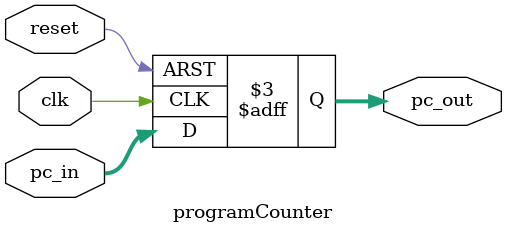
<source format=sv>

module programCounter (clk, reset, pc_in, pc_out);
	input clk, reset;
	input [6:0] pc_in;
	output [6:0] pc_out;
	reg [6:0] pc_out;
	always @ (posedge clk or posedge reset)
	begin
		if(reset==1'b1)
			pc_out<=0;
		else
			pc_out<=pc_in;
	end
endmodule

</source>
